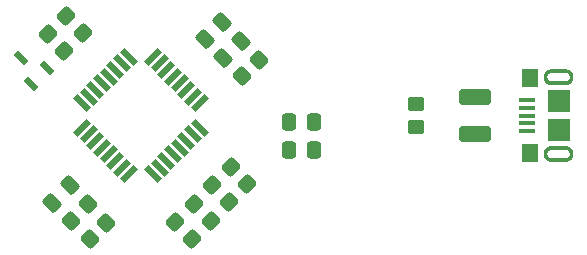
<source format=gbr>
%TF.GenerationSoftware,KiCad,Pcbnew,7.0.2*%
%TF.CreationDate,2024-05-08T22:38:03+07:00*%
%TF.ProjectId,multiport component tester,6d756c74-6970-46f7-9274-20636f6d706f,rev?*%
%TF.SameCoordinates,Original*%
%TF.FileFunction,Paste,Bot*%
%TF.FilePolarity,Positive*%
%FSLAX46Y46*%
G04 Gerber Fmt 4.6, Leading zero omitted, Abs format (unit mm)*
G04 Created by KiCad (PCBNEW 7.0.2) date 2024-05-08 22:38:03*
%MOMM*%
%LPD*%
G01*
G04 APERTURE LIST*
G04 Aperture macros list*
%AMRoundRect*
0 Rectangle with rounded corners*
0 $1 Rounding radius*
0 $2 $3 $4 $5 $6 $7 $8 $9 X,Y pos of 4 corners*
0 Add a 4 corners polygon primitive as box body*
4,1,4,$2,$3,$4,$5,$6,$7,$8,$9,$2,$3,0*
0 Add four circle primitives for the rounded corners*
1,1,$1+$1,$2,$3*
1,1,$1+$1,$4,$5*
1,1,$1+$1,$6,$7*
1,1,$1+$1,$8,$9*
0 Add four rect primitives between the rounded corners*
20,1,$1+$1,$2,$3,$4,$5,0*
20,1,$1+$1,$4,$5,$6,$7,0*
20,1,$1+$1,$6,$7,$8,$9,0*
20,1,$1+$1,$8,$9,$2,$3,0*%
%AMRotRect*
0 Rectangle, with rotation*
0 The origin of the aperture is its center*
0 $1 length*
0 $2 width*
0 $3 Rotation angle, in degrees counterclockwise*
0 Add horizontal line*
21,1,$1,$2,0,0,$3*%
G04 Aperture macros list end*
%ADD10RoundRect,0.250000X-0.097227X0.574524X-0.574524X0.097227X0.097227X-0.574524X0.574524X-0.097227X0*%
%ADD11RoundRect,0.250000X-0.565685X-0.070711X-0.070711X-0.565685X0.565685X0.070711X0.070711X0.565685X0*%
%ADD12RoundRect,0.250000X0.565685X0.070711X0.070711X0.565685X-0.565685X-0.070711X-0.070711X-0.565685X0*%
%ADD13RoundRect,0.088500X0.518309X-0.226274X-0.226274X0.518309X-0.518309X0.226274X0.226274X-0.518309X0*%
%ADD14R,1.350000X0.400000*%
%ADD15R,1.400000X1.600000*%
%ADD16R,1.900000X1.900000*%
%ADD17RoundRect,0.250000X-0.337500X-0.475000X0.337500X-0.475000X0.337500X0.475000X-0.337500X0.475000X0*%
%ADD18RoundRect,0.250000X0.097227X-0.574524X0.574524X-0.097227X-0.097227X0.574524X-0.574524X0.097227X0*%
%ADD19RoundRect,0.250000X0.070711X-0.565685X0.565685X-0.070711X-0.070711X0.565685X-0.565685X0.070711X0*%
%ADD20RotRect,1.600000X0.550000X225.000000*%
%ADD21RotRect,1.600000X0.550000X135.000000*%
%ADD22RoundRect,0.250000X-0.450000X0.350000X-0.450000X-0.350000X0.450000X-0.350000X0.450000X0.350000X0*%
%ADD23RoundRect,0.250000X-1.100000X0.412500X-1.100000X-0.412500X1.100000X-0.412500X1.100000X0.412500X0*%
G04 APERTURE END LIST*
%TO.C,MicroUSB1*%
G36*
X158625000Y-89530000D02*
G01*
X159280000Y-89530000D01*
X159311000Y-89531000D01*
X159342000Y-89533000D01*
X159373000Y-89537000D01*
X159404000Y-89543000D01*
X159434000Y-89550000D01*
X159464000Y-89559000D01*
X159493000Y-89570000D01*
X159522000Y-89581000D01*
X159550000Y-89595000D01*
X159577000Y-89610000D01*
X159604000Y-89626000D01*
X159630000Y-89644000D01*
X159654000Y-89663000D01*
X159678000Y-89683000D01*
X159701000Y-89704000D01*
X159722000Y-89727000D01*
X159742000Y-89751000D01*
X159761000Y-89775000D01*
X159779000Y-89801000D01*
X159795000Y-89828000D01*
X159810000Y-89855000D01*
X159824000Y-89883000D01*
X159835000Y-89912000D01*
X159846000Y-89941000D01*
X159855000Y-89971000D01*
X159862000Y-90001000D01*
X159868000Y-90032000D01*
X159872000Y-90063000D01*
X159874000Y-90094000D01*
X159875000Y-90125000D01*
X159875000Y-90185000D01*
X159877000Y-90223000D01*
X159878000Y-90256000D01*
X159876000Y-90289000D01*
X159872000Y-90322000D01*
X159867000Y-90355000D01*
X159860000Y-90387000D01*
X159851000Y-90419000D01*
X159841000Y-90450000D01*
X159828000Y-90481000D01*
X159814000Y-90511000D01*
X159799000Y-90540000D01*
X159781000Y-90568000D01*
X159763000Y-90595000D01*
X159742000Y-90621000D01*
X159721000Y-90646000D01*
X159698000Y-90670000D01*
X159673000Y-90692000D01*
X159648000Y-90713000D01*
X159621000Y-90733000D01*
X159594000Y-90751000D01*
X159565000Y-90768000D01*
X159536000Y-90783000D01*
X159506000Y-90796000D01*
X159475000Y-90807000D01*
X159443000Y-90817000D01*
X159411000Y-90825000D01*
X159379000Y-90832000D01*
X159346000Y-90836000D01*
X159313000Y-90839000D01*
X159280000Y-90840000D01*
X157970000Y-90840000D01*
X157939000Y-90839000D01*
X157908000Y-90837000D01*
X157877000Y-90833000D01*
X157846000Y-90827000D01*
X157816000Y-90820000D01*
X157786000Y-90811000D01*
X157757000Y-90800000D01*
X157728000Y-90789000D01*
X157700000Y-90775000D01*
X157673000Y-90760000D01*
X157646000Y-90744000D01*
X157620000Y-90726000D01*
X157596000Y-90707000D01*
X157572000Y-90687000D01*
X157549000Y-90666000D01*
X157528000Y-90643000D01*
X157508000Y-90619000D01*
X157489000Y-90595000D01*
X157471000Y-90569000D01*
X157455000Y-90543000D01*
X157440000Y-90515000D01*
X157426000Y-90487000D01*
X157415000Y-90458000D01*
X157404000Y-90429000D01*
X157395000Y-90399000D01*
X157388000Y-90369000D01*
X157382000Y-90338000D01*
X157378000Y-90307000D01*
X157376000Y-90276000D01*
X157375000Y-90245000D01*
X157375000Y-90204000D01*
X157675000Y-90204000D01*
X157677000Y-90222000D01*
X157679000Y-90241000D01*
X157683000Y-90259000D01*
X157687000Y-90277000D01*
X157692000Y-90295000D01*
X157699000Y-90312000D01*
X157706000Y-90329000D01*
X157714000Y-90346000D01*
X157723000Y-90363000D01*
X157732000Y-90378000D01*
X157743000Y-90394000D01*
X157754000Y-90408000D01*
X157766000Y-90423000D01*
X157779000Y-90436000D01*
X157792000Y-90449000D01*
X157807000Y-90461000D01*
X157821000Y-90472000D01*
X157837000Y-90483000D01*
X157853000Y-90492000D01*
X157869000Y-90501000D01*
X157886000Y-90509000D01*
X157903000Y-90516000D01*
X157920000Y-90523000D01*
X157938000Y-90528000D01*
X157956000Y-90532000D01*
X157974000Y-90536000D01*
X157993000Y-90538000D01*
X158011000Y-90540000D01*
X158030000Y-90540000D01*
X159220000Y-90540000D01*
X159239000Y-90540000D01*
X159257000Y-90538000D01*
X159276000Y-90536000D01*
X159294000Y-90532000D01*
X159312000Y-90528000D01*
X159330000Y-90523000D01*
X159347000Y-90516000D01*
X159364000Y-90509000D01*
X159381000Y-90501000D01*
X159397000Y-90492000D01*
X159413000Y-90483000D01*
X159429000Y-90472000D01*
X159443000Y-90461000D01*
X159458000Y-90449000D01*
X159471000Y-90436000D01*
X159484000Y-90423000D01*
X159496000Y-90408000D01*
X159507000Y-90394000D01*
X159518000Y-90378000D01*
X159527000Y-90363000D01*
X159536000Y-90346000D01*
X159544000Y-90329000D01*
X159551000Y-90312000D01*
X159558000Y-90295000D01*
X159563000Y-90277000D01*
X159567000Y-90259000D01*
X159571000Y-90241000D01*
X159573000Y-90222000D01*
X159575000Y-90204000D01*
X159575000Y-90185000D01*
X159575000Y-90166000D01*
X159573000Y-90148000D01*
X159571000Y-90129000D01*
X159567000Y-90111000D01*
X159563000Y-90093000D01*
X159558000Y-90075000D01*
X159551000Y-90058000D01*
X159544000Y-90041000D01*
X159536000Y-90024000D01*
X159527000Y-90008000D01*
X159518000Y-89992000D01*
X159507000Y-89976000D01*
X159496000Y-89962000D01*
X159484000Y-89947000D01*
X159471000Y-89934000D01*
X159458000Y-89921000D01*
X159443000Y-89909000D01*
X159429000Y-89898000D01*
X159413000Y-89887000D01*
X159397000Y-89878000D01*
X159381000Y-89869000D01*
X159364000Y-89861000D01*
X159347000Y-89854000D01*
X159330000Y-89847000D01*
X159312000Y-89842000D01*
X159294000Y-89838000D01*
X159276000Y-89834000D01*
X159257000Y-89832000D01*
X159239000Y-89830000D01*
X159220000Y-89830000D01*
X158625000Y-89830000D01*
X158030000Y-89830000D01*
X158011000Y-89830000D01*
X157993000Y-89832000D01*
X157974000Y-89834000D01*
X157956000Y-89838000D01*
X157938000Y-89842000D01*
X157920000Y-89847000D01*
X157903000Y-89854000D01*
X157886000Y-89861000D01*
X157869000Y-89869000D01*
X157853000Y-89878000D01*
X157837000Y-89887000D01*
X157821000Y-89898000D01*
X157807000Y-89909000D01*
X157792000Y-89921000D01*
X157779000Y-89934000D01*
X157766000Y-89947000D01*
X157754000Y-89962000D01*
X157743000Y-89976000D01*
X157732000Y-89992000D01*
X157723000Y-90008000D01*
X157714000Y-90024000D01*
X157706000Y-90041000D01*
X157699000Y-90058000D01*
X157692000Y-90075000D01*
X157687000Y-90093000D01*
X157683000Y-90111000D01*
X157679000Y-90129000D01*
X157677000Y-90148000D01*
X157675000Y-90166000D01*
X157675000Y-90185000D01*
X157675000Y-90204000D01*
X157375000Y-90204000D01*
X157375000Y-90125000D01*
X157376000Y-90094000D01*
X157378000Y-90063000D01*
X157382000Y-90032000D01*
X157388000Y-90001000D01*
X157395000Y-89971000D01*
X157404000Y-89941000D01*
X157415000Y-89912000D01*
X157426000Y-89883000D01*
X157440000Y-89855000D01*
X157455000Y-89828000D01*
X157471000Y-89801000D01*
X157489000Y-89775000D01*
X157508000Y-89751000D01*
X157528000Y-89727000D01*
X157549000Y-89704000D01*
X157572000Y-89683000D01*
X157596000Y-89663000D01*
X157620000Y-89644000D01*
X157646000Y-89626000D01*
X157673000Y-89610000D01*
X157700000Y-89595000D01*
X157728000Y-89581000D01*
X157757000Y-89570000D01*
X157786000Y-89559000D01*
X157816000Y-89550000D01*
X157846000Y-89543000D01*
X157877000Y-89537000D01*
X157908000Y-89533000D01*
X157939000Y-89531000D01*
X157970000Y-89530000D01*
X158625000Y-89530000D01*
G37*
G36*
X158625000Y-96040000D02*
G01*
X159280000Y-96040000D01*
X159311000Y-96041000D01*
X159342000Y-96043000D01*
X159373000Y-96047000D01*
X159404000Y-96053000D01*
X159434000Y-96060000D01*
X159464000Y-96069000D01*
X159493000Y-96080000D01*
X159522000Y-96091000D01*
X159550000Y-96105000D01*
X159577000Y-96120000D01*
X159604000Y-96136000D01*
X159630000Y-96154000D01*
X159654000Y-96173000D01*
X159678000Y-96193000D01*
X159701000Y-96214000D01*
X159722000Y-96237000D01*
X159742000Y-96261000D01*
X159761000Y-96285000D01*
X159779000Y-96311000D01*
X159795000Y-96337000D01*
X159810000Y-96365000D01*
X159824000Y-96393000D01*
X159835000Y-96422000D01*
X159846000Y-96451000D01*
X159855000Y-96481000D01*
X159862000Y-96511000D01*
X159868000Y-96542000D01*
X159872000Y-96573000D01*
X159874000Y-96604000D01*
X159875000Y-96635000D01*
X159875000Y-96695000D01*
X159877000Y-96733000D01*
X159878000Y-96766000D01*
X159876000Y-96799000D01*
X159872000Y-96832000D01*
X159867000Y-96865000D01*
X159860000Y-96897000D01*
X159851000Y-96929000D01*
X159841000Y-96960000D01*
X159828000Y-96991000D01*
X159814000Y-97021000D01*
X159799000Y-97050000D01*
X159781000Y-97078000D01*
X159763000Y-97105000D01*
X159742000Y-97131000D01*
X159721000Y-97156000D01*
X159698000Y-97180000D01*
X159673000Y-97202000D01*
X159648000Y-97223000D01*
X159621000Y-97243000D01*
X159594000Y-97261000D01*
X159565000Y-97278000D01*
X159536000Y-97293000D01*
X159506000Y-97306000D01*
X159475000Y-97317000D01*
X159443000Y-97327000D01*
X159411000Y-97335000D01*
X159379000Y-97342000D01*
X159346000Y-97346000D01*
X159313000Y-97349000D01*
X159280000Y-97350000D01*
X157970000Y-97350000D01*
X157939000Y-97349000D01*
X157908000Y-97347000D01*
X157877000Y-97343000D01*
X157846000Y-97337000D01*
X157816000Y-97330000D01*
X157786000Y-97321000D01*
X157757000Y-97310000D01*
X157728000Y-97299000D01*
X157700000Y-97285000D01*
X157673000Y-97270000D01*
X157646000Y-97254000D01*
X157620000Y-97236000D01*
X157596000Y-97217000D01*
X157572000Y-97197000D01*
X157549000Y-97176000D01*
X157528000Y-97153000D01*
X157508000Y-97129000D01*
X157489000Y-97105000D01*
X157471000Y-97079000D01*
X157455000Y-97053000D01*
X157440000Y-97025000D01*
X157426000Y-96997000D01*
X157415000Y-96968000D01*
X157404000Y-96939000D01*
X157395000Y-96909000D01*
X157388000Y-96879000D01*
X157382000Y-96848000D01*
X157378000Y-96817000D01*
X157376000Y-96786000D01*
X157375000Y-96755000D01*
X157375000Y-96714000D01*
X157675000Y-96714000D01*
X157677000Y-96732000D01*
X157679000Y-96751000D01*
X157683000Y-96769000D01*
X157687000Y-96787000D01*
X157692000Y-96805000D01*
X157699000Y-96822000D01*
X157706000Y-96839000D01*
X157714000Y-96856000D01*
X157723000Y-96873000D01*
X157732000Y-96888000D01*
X157743000Y-96904000D01*
X157754000Y-96918000D01*
X157766000Y-96933000D01*
X157779000Y-96946000D01*
X157792000Y-96959000D01*
X157807000Y-96971000D01*
X157821000Y-96982000D01*
X157837000Y-96993000D01*
X157853000Y-97002000D01*
X157869000Y-97011000D01*
X157886000Y-97019000D01*
X157903000Y-97026000D01*
X157920000Y-97033000D01*
X157938000Y-97038000D01*
X157956000Y-97042000D01*
X157974000Y-97046000D01*
X157993000Y-97048000D01*
X158011000Y-97050000D01*
X158030000Y-97050000D01*
X159220000Y-97050000D01*
X159239000Y-97050000D01*
X159257000Y-97048000D01*
X159276000Y-97046000D01*
X159294000Y-97042000D01*
X159312000Y-97038000D01*
X159330000Y-97033000D01*
X159347000Y-97026000D01*
X159364000Y-97019000D01*
X159381000Y-97011000D01*
X159397000Y-97002000D01*
X159413000Y-96993000D01*
X159429000Y-96982000D01*
X159443000Y-96971000D01*
X159458000Y-96959000D01*
X159471000Y-96946000D01*
X159484000Y-96933000D01*
X159496000Y-96918000D01*
X159507000Y-96904000D01*
X159518000Y-96888000D01*
X159527000Y-96873000D01*
X159536000Y-96856000D01*
X159544000Y-96839000D01*
X159551000Y-96822000D01*
X159558000Y-96805000D01*
X159563000Y-96787000D01*
X159567000Y-96769000D01*
X159571000Y-96751000D01*
X159573000Y-96732000D01*
X159575000Y-96714000D01*
X159575000Y-96695000D01*
X159575000Y-96676000D01*
X159573000Y-96658000D01*
X159571000Y-96639000D01*
X159567000Y-96621000D01*
X159563000Y-96603000D01*
X159558000Y-96585000D01*
X159551000Y-96568000D01*
X159544000Y-96551000D01*
X159536000Y-96534000D01*
X159527000Y-96518000D01*
X159518000Y-96502000D01*
X159507000Y-96486000D01*
X159496000Y-96472000D01*
X159484000Y-96457000D01*
X159471000Y-96444000D01*
X159458000Y-96431000D01*
X159443000Y-96419000D01*
X159429000Y-96408000D01*
X159413000Y-96397000D01*
X159397000Y-96388000D01*
X159381000Y-96379000D01*
X159364000Y-96371000D01*
X159347000Y-96364000D01*
X159330000Y-96357000D01*
X159312000Y-96352000D01*
X159294000Y-96348000D01*
X159276000Y-96344000D01*
X159257000Y-96342000D01*
X159239000Y-96340000D01*
X159220000Y-96340000D01*
X158625000Y-96340000D01*
X158030000Y-96340000D01*
X158011000Y-96340000D01*
X157993000Y-96342000D01*
X157974000Y-96344000D01*
X157956000Y-96348000D01*
X157938000Y-96352000D01*
X157920000Y-96357000D01*
X157903000Y-96364000D01*
X157886000Y-96371000D01*
X157869000Y-96379000D01*
X157853000Y-96388000D01*
X157837000Y-96397000D01*
X157821000Y-96408000D01*
X157807000Y-96419000D01*
X157792000Y-96431000D01*
X157779000Y-96444000D01*
X157766000Y-96457000D01*
X157754000Y-96472000D01*
X157743000Y-96486000D01*
X157732000Y-96502000D01*
X157723000Y-96518000D01*
X157714000Y-96534000D01*
X157706000Y-96551000D01*
X157699000Y-96568000D01*
X157692000Y-96585000D01*
X157687000Y-96603000D01*
X157683000Y-96621000D01*
X157679000Y-96639000D01*
X157677000Y-96658000D01*
X157675000Y-96676000D01*
X157675000Y-96695000D01*
X157675000Y-96714000D01*
X157375000Y-96714000D01*
X157375000Y-96635000D01*
X157376000Y-96604000D01*
X157378000Y-96573000D01*
X157382000Y-96542000D01*
X157388000Y-96511000D01*
X157395000Y-96481000D01*
X157404000Y-96451000D01*
X157415000Y-96422000D01*
X157426000Y-96393000D01*
X157440000Y-96365000D01*
X157455000Y-96337000D01*
X157471000Y-96311000D01*
X157489000Y-96285000D01*
X157508000Y-96261000D01*
X157528000Y-96237000D01*
X157549000Y-96214000D01*
X157572000Y-96193000D01*
X157596000Y-96173000D01*
X157620000Y-96154000D01*
X157646000Y-96136000D01*
X157673000Y-96120000D01*
X157700000Y-96105000D01*
X157728000Y-96091000D01*
X157757000Y-96080000D01*
X157786000Y-96069000D01*
X157816000Y-96060000D01*
X157846000Y-96053000D01*
X157877000Y-96047000D01*
X157908000Y-96043000D01*
X157939000Y-96041000D01*
X157970000Y-96040000D01*
X158625000Y-96040000D01*
G37*
%TD*%
D10*
%TO.C,C3*%
X117220000Y-99350000D03*
X115752754Y-100817246D03*
%TD*%
D11*
%TO.C,R3*%
X115355786Y-86555786D03*
X116770000Y-87970000D03*
%TD*%
D12*
%TO.C,R6*%
X130714214Y-100764214D03*
X129300000Y-99350000D03*
%TD*%
D13*
%TO.C,U2*%
X115290000Y-89420000D03*
X113946497Y-90763503D03*
X113119182Y-88592685D03*
%TD*%
D14*
%TO.C,MicroUSB1*%
X155950000Y-92140000D03*
X155950000Y-92790000D03*
X155950000Y-93440000D03*
X155950000Y-94090000D03*
X155950000Y-94740000D03*
D15*
X156175000Y-96640000D03*
X156175000Y-90240000D03*
D16*
X158625000Y-92240000D03*
X158625000Y-94640000D03*
%TD*%
D12*
%TO.C,R5*%
X132274214Y-99204214D03*
X130860000Y-97790000D03*
%TD*%
D17*
%TO.C,C6*%
X135802500Y-96370000D03*
X137877500Y-96370000D03*
%TD*%
%TO.C,C5*%
X135802500Y-93970000D03*
X137877500Y-93970000D03*
%TD*%
D12*
%TO.C,R8*%
X127574214Y-103904214D03*
X126160000Y-102490000D03*
%TD*%
D18*
%TO.C,C1*%
X128650000Y-86960000D03*
X130117246Y-85492754D03*
%TD*%
D19*
%TO.C,R2*%
X131850000Y-90110000D03*
X133264214Y-88695786D03*
%TD*%
D20*
%TO.C,U1*%
X124285305Y-88454897D03*
X124850990Y-89020583D03*
X125416676Y-89586268D03*
X125982361Y-90151953D03*
X126548047Y-90717639D03*
X127113732Y-91283324D03*
X127679417Y-91849010D03*
X128245103Y-92414695D03*
D21*
X128245103Y-94465305D03*
X127679417Y-95030990D03*
X127113732Y-95596676D03*
X126548047Y-96162361D03*
X125982361Y-96728047D03*
X125416676Y-97293732D03*
X124850990Y-97859417D03*
X124285305Y-98425103D03*
D20*
X122234695Y-98425103D03*
X121669010Y-97859417D03*
X121103324Y-97293732D03*
X120537639Y-96728047D03*
X119971953Y-96162361D03*
X119406268Y-95596676D03*
X118840583Y-95030990D03*
X118274897Y-94465305D03*
D21*
X118274897Y-92414695D03*
X118840583Y-91849010D03*
X119406268Y-91283324D03*
X119971953Y-90717639D03*
X120537639Y-90151953D03*
X121103324Y-89586268D03*
X121669010Y-89020583D03*
X122234695Y-88454897D03*
%TD*%
D12*
%TO.C,R7*%
X129154214Y-102334214D03*
X127740000Y-100920000D03*
%TD*%
D19*
%TO.C,R10*%
X117375786Y-102354214D03*
X118790000Y-100940000D03*
%TD*%
%TO.C,R9*%
X118925786Y-103914214D03*
X120340000Y-102500000D03*
%TD*%
D11*
%TO.C,R1*%
X116905786Y-85005786D03*
X118320000Y-86420000D03*
%TD*%
D22*
%TO.C,R4*%
X146540000Y-92440000D03*
X146540000Y-94440000D03*
%TD*%
D23*
%TO.C,C4*%
X151540000Y-91877500D03*
X151540000Y-95002500D03*
%TD*%
D18*
%TO.C,C2*%
X130246377Y-88573623D03*
X131713623Y-87106377D03*
%TD*%
M02*

</source>
